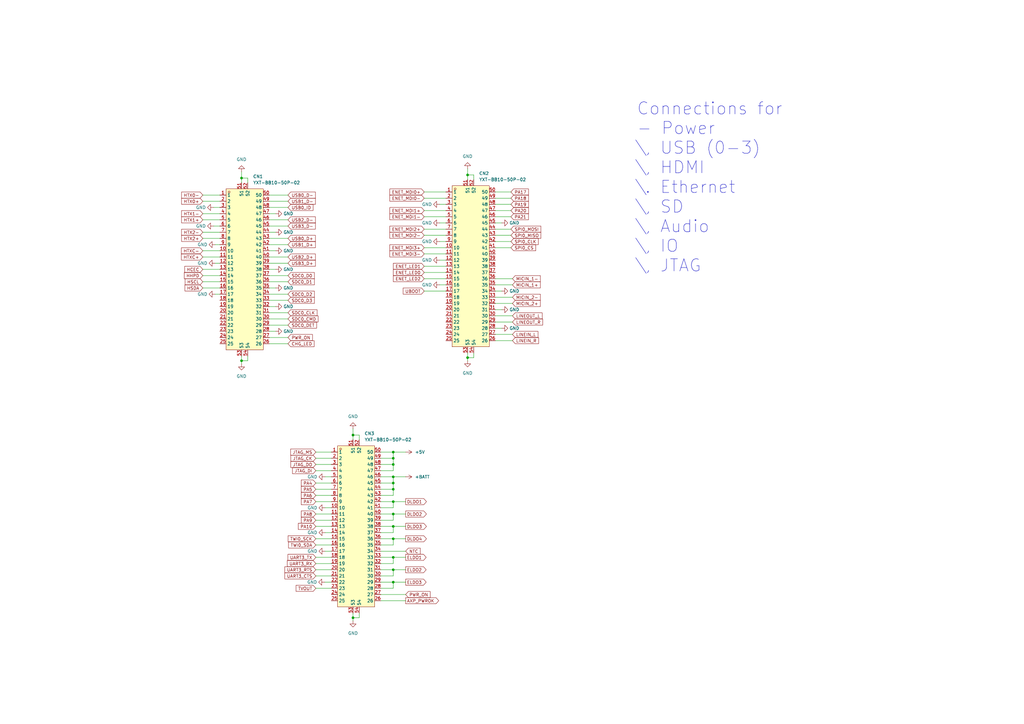
<source format=kicad_sch>
(kicad_sch (version 20250114) (generator "eeschema") (generator_version "9.0")
  (paper "A3")
  (text "Connections for\n- Power\n\\, USB (0-3)\n\\, HDMI\n\\. Ethernet\n\\, SD\n\\, Audio\n\\, IO\n\\, JTAG\n" (at 261.112 112.014 0) (effects (font (size 5 5)) (justify left bottom)))
  (junction (at 161.29 215.9))
  (junction (at 161.29 187.96))
  (junction (at 144.78 253.365))
  (junction (at 161.29 205.74))
  (junction (at 191.77 71.755))
  (junction (at 161.29 228.6))
  (junction (at 161.29 238.76))
  (junction (at 161.29 233.68))
  (junction (at 161.29 210.82))
  (junction (at 144.78 178.435))
  (junction (at 191.77 146.685))
  (junction (at 161.29 190.5))
  (junction (at 161.29 198.12))
  (junction (at 161.29 200.66))
  (junction (at 161.29 185.42))
  (junction (at 99.06 147.955))
  (junction (at 99.06 73.025))
  (junction (at 161.29 220.98))
  (junction (at 161.29 195.58))
  (wire (pts (xy 191.77 146.685) (xy 191.77 147.955)))
  (wire (pts (xy 118.11 115.57) (xy 110.49 115.57)))
  (wire (pts (xy 129.54 236.22) (xy 135.89 236.22)))
  (wire (pts (xy 191.77 144.78) (xy 191.77 146.685)))
  (wire (pts (xy 180.34 91.44) (xy 182.88 91.44)))
  (wire (pts (xy 156.21 238.76) (xy 161.29 238.76)))
  (wire (pts (xy 156.21 198.12) (xy 161.29 198.12)))
  (wire (pts (xy 161.29 198.12) (xy 161.29 195.58)))
  (wire (pts (xy 133.2252 238.76) (xy 135.7652 238.76)))
  (wire (pts (xy 203.2 137.16) (xy 210.185 137.16)))
  (wire (pts (xy 110.49 80.01) (xy 118.11 80.01)))
  (wire (pts (xy 113.03 110.49) (xy 110.49 110.49)))
  (wire (pts (xy 129.54 205.74) (xy 135.89 205.74)))
  (wire (pts (xy 147.32 251.46) (xy 147.32 253.365)))
  (wire (pts (xy 90.17 110.49) (xy 83.185 110.49)))
  (wire (pts (xy 88.265 107.95) (xy 90.17 107.95)))
  (wire (pts (xy 129.54 228.6) (xy 135.89 228.6)))
  (wire (pts (xy 90.17 113.03) (xy 83.185 113.03)))
  (wire (pts (xy 90.17 115.57) (xy 83.185 115.57)))
  (wire (pts (xy 161.29 190.5) (xy 161.29 187.96)))
  (wire (pts (xy 156.21 190.5) (xy 161.29 190.5)))
  (wire (pts (xy 182.88 93.98) (xy 173.99 93.98)))
  (wire (pts (xy 88.265 100.33) (xy 90.17 100.33)))
  (wire (pts (xy 99.06 147.955) (xy 99.06 149.225)))
  (wire (pts (xy 161.29 215.9) (xy 166.37 215.9)))
  (wire (pts (xy 161.29 213.36) (xy 161.29 210.82)))
  (wire (pts (xy 161.29 241.3) (xy 161.29 238.76)))
  (wire (pts (xy 161.29 185.42) (xy 166.37 185.42)))
  (wire (pts (xy 90.17 105.41) (xy 83.185 105.41)))
  (wire (pts (xy 101.6 147.955) (xy 99.06 147.955)))
  (wire (pts (xy 156.21 213.36) (xy 161.29 213.36)))
  (wire (pts (xy 144.78 251.46) (xy 144.78 253.365)))
  (wire (pts (xy 129.54 190.5) (xy 135.89 190.5)))
  (wire (pts (xy 101.6 74.93) (xy 101.6 73.025)))
  (wire (pts (xy 182.88 111.76) (xy 173.99 111.76)))
  (wire (pts (xy 156.21 195.58) (xy 161.29 195.58)))
  (wire (pts (xy 129.54 203.2) (xy 135.89 203.2)))
  (wire (pts (xy 133.35 226.06) (xy 135.89 226.06)))
  (wire (pts (xy 118.11 130.81) (xy 110.49 130.81)))
  (wire (pts (xy 113.03 118.11) (xy 110.49 118.11)))
  (wire (pts (xy 161.29 238.76) (xy 166.37 238.76)))
  (wire (pts (xy 161.29 208.28) (xy 161.29 205.74)))
  (wire (pts (xy 110.49 82.55) (xy 118.11 82.55)))
  (wire (pts (xy 205.74 134.62) (xy 203.2 134.62)))
  (wire (pts (xy 99.06 70.485) (xy 99.06 73.025)))
  (wire (pts (xy 90.17 118.11) (xy 83.185 118.11)))
  (wire (pts (xy 209.55 81.28) (xy 203.2 81.28)))
  (wire (pts (xy 156.21 223.52) (xy 161.29 223.52)))
  (wire (pts (xy 133.35 208.28) (xy 135.89 208.28)))
  (wire (pts (xy 161.29 193.04) (xy 161.29 190.5)))
  (wire (pts (xy 209.5374 88.9) (xy 203.2 88.9)))
  (wire (pts (xy 133.35 218.44) (xy 135.89 218.44)))
  (wire (pts (xy 209.55 78.74) (xy 203.2 78.74)))
  (wire (pts (xy 156.21 185.42) (xy 161.29 185.42)))
  (wire (pts (xy 182.88 114.3) (xy 173.99 114.3)))
  (wire (pts (xy 129.54 223.52) (xy 135.89 223.52)))
  (wire (pts (xy 110.49 92.71) (xy 118.11 92.71)))
  (wire (pts (xy 144.78 175.895) (xy 144.78 178.435)))
  (wire (pts (xy 129.54 220.98) (xy 135.89 220.98)))
  (wire (pts (xy 110.49 90.17) (xy 118.11 90.17)))
  (wire (pts (xy 101.6 146.05) (xy 101.6 147.955)))
  (wire (pts (xy 182.88 109.22) (xy 173.99 109.22)))
  (wire (pts (xy 156.21 228.6) (xy 161.29 228.6)))
  (wire (pts (xy 161.29 220.98) (xy 166.37 220.98)))
  (wire (pts (xy 161.29 223.52) (xy 161.29 220.98)))
  (wire (pts (xy 173.99 119.38) (xy 182.88 119.38)))
  (wire (pts (xy 147.32 180.34) (xy 147.32 178.435)))
  (wire (pts (xy 156.21 236.22) (xy 161.29 236.22)))
  (wire (pts (xy 161.29 210.82) (xy 166.37 210.82)))
  (wire (pts (xy 87.63 92.71) (xy 90.17 92.71)))
  (wire (pts (xy 147.32 178.435) (xy 144.78 178.435)))
  (wire (pts (xy 205.74 91.44) (xy 203.2 91.44)))
  (wire (pts (xy 180.34 83.82) (xy 182.88 83.82)))
  (wire (pts (xy 156.21 220.98) (xy 161.29 220.98)))
  (wire (pts (xy 161.29 187.96) (xy 161.29 185.42)))
  (wire (pts (xy 161.29 198.12) (xy 161.29 200.66)))
  (wire (pts (xy 156.21 246.38) (xy 166.37 246.38)))
  (wire (pts (xy 161.29 195.58) (xy 166.37 195.58)))
  (wire (pts (xy 156.21 233.68) (xy 161.29 233.68)))
  (wire (pts (xy 110.49 100.33) (xy 118.11 100.33)))
  (wire (pts (xy 133.35 195.58) (xy 135.89 195.58)))
  (wire (pts (xy 87.63 85.09) (xy 90.17 85.09)))
  (wire (pts (xy 194.31 73.66) (xy 194.31 71.755)))
  (wire (pts (xy 129.54 231.14) (xy 135.89 231.14)))
  (wire (pts (xy 101.6 73.025) (xy 99.06 73.025)))
  (wire (pts (xy 110.49 85.09) (xy 118.11 85.09)))
  (wire (pts (xy 209.55 93.98) (xy 203.2 93.98)))
  (wire (pts (xy 180.34 99.06) (xy 182.88 99.06)))
  (wire (pts (xy 205.74 127) (xy 203.2 127)))
  (wire (pts (xy 156.21 193.04) (xy 161.29 193.04)))
  (wire (pts (xy 156.21 203.2) (xy 161.29 203.2)))
  (wire (pts (xy 203.2 124.46) (xy 210.185 124.46)))
  (wire (pts (xy 156.21 187.96) (xy 161.29 187.96)))
  (wire (pts (xy 99.06 73.025) (xy 99.06 74.93)))
  (wire (pts (xy 156.21 243.84) (xy 166.37 243.84)))
  (wire (pts (xy 182.88 86.36) (xy 173.99 86.36)))
  (wire (pts (xy 110.49 107.95) (xy 118.11 107.95)))
  (wire (pts (xy 99.06 146.05) (xy 99.06 147.955)))
  (wire (pts (xy 203.2 129.54) (xy 210.185 129.54)))
  (wire (pts (xy 118.11 120.65) (xy 110.49 120.65)))
  (wire (pts (xy 182.88 78.74) (xy 173.99 78.74)))
  (wire (pts (xy 110.49 97.79) (xy 118.11 97.79)))
  (wire (pts (xy 161.29 236.22) (xy 161.29 233.68)))
  (wire (pts (xy 90.17 95.25) (xy 83.185 95.25)))
  (wire (pts (xy 90.17 82.55) (xy 83.185 82.55)))
  (wire (pts (xy 90.17 97.79) (xy 83.185 97.79)))
  (wire (pts (xy 90.17 87.63) (xy 83.185 87.63)))
  (wire (pts (xy 156.21 210.82) (xy 161.29 210.82)))
  (wire (pts (xy 191.77 71.755) (xy 191.77 73.66)))
  (wire (pts (xy 182.88 104.14) (xy 173.99 104.14)))
  (wire (pts (xy 203.2 139.7) (xy 210.185 139.7)))
  (wire (pts (xy 110.49 105.41) (xy 118.11 105.41)))
  (wire (pts (xy 182.88 96.52) (xy 173.99 96.52)))
  (wire (pts (xy 161.29 205.74) (xy 166.37 205.74)))
  (wire (pts (xy 113.03 135.89) (xy 110.49 135.89)))
  (wire (pts (xy 209.55 86.36) (xy 203.2 86.36)))
  (wire (pts (xy 191.77 69.215) (xy 191.77 71.755)))
  (wire (pts (xy 129.54 198.12) (xy 135.89 198.12)))
  (wire (pts (xy 156.21 241.3) (xy 161.29 241.3)))
  (wire (pts (xy 203.2 121.92) (xy 210.185 121.92)))
  (wire (pts (xy 129.54 210.82) (xy 135.89 210.82)))
  (wire (pts (xy 118.11 140.97) (xy 110.49 140.97)))
  (wire (pts (xy 209.55 99.06) (xy 203.2 99.06)))
  (wire (pts (xy 90.17 90.17) (xy 83.185 90.17)))
  (wire (pts (xy 129.54 241.3) (xy 135.89 241.3)))
  (wire (pts (xy 161.29 218.44) (xy 161.29 215.9)))
  (wire (pts (xy 182.88 88.9) (xy 173.99 88.9)))
  (wire (pts (xy 113.03 87.63) (xy 110.49 87.63)))
  (wire (pts (xy 129.54 233.68) (xy 135.89 233.68)))
  (wire (pts (xy 118.11 123.19) (xy 110.49 123.19)))
  (wire (pts (xy 156.21 205.74) (xy 161.29 205.74)))
  (wire (pts (xy 156.21 218.44) (xy 161.29 218.44)))
  (wire (pts (xy 209.55 101.6) (xy 203.2 101.6)))
  (wire (pts (xy 209.55 83.82) (xy 203.2 83.82)))
  (wire (pts (xy 110.49 138.43) (xy 118.11 138.43)))
  (wire (pts (xy 209.55 96.52) (xy 203.2 96.52)))
  (wire (pts (xy 194.31 144.78) (xy 194.31 146.685)))
  (wire (pts (xy 113.03 95.25) (xy 110.49 95.25)))
  (wire (pts (xy 161.29 200.66) (xy 161.29 203.2)))
  (wire (pts (xy 118.11 113.03) (xy 110.49 113.03)))
  (wire (pts (xy 129.54 185.42) (xy 135.89 185.42)))
  (wire (pts (xy 161.29 231.14) (xy 161.29 228.6)))
  (wire (pts (xy 113.03 102.87) (xy 110.49 102.87)))
  (wire (pts (xy 180.34 106.68) (xy 182.88 106.68)))
  (wire (pts (xy 144.78 178.435) (xy 144.78 180.34)))
  (wire (pts (xy 129.54 213.36) (xy 135.89 213.36)))
  (wire (pts (xy 88.265 120.65) (xy 90.17 120.65)))
  (wire (pts (xy 203.2 132.08) (xy 210.185 132.08)))
  (wire (pts (xy 113.03 125.73) (xy 110.49 125.73)))
  (wire (pts (xy 90.17 102.87) (xy 83.185 102.87)))
  (wire (pts (xy 129.54 187.96) (xy 135.89 187.96)))
  (wire (pts (xy 118.11 128.27) (xy 110.49 128.27)))
  (wire (pts (xy 156.21 226.06) (xy 166.37 226.06)))
  (wire (pts (xy 182.88 81.28) (xy 173.99 81.28)))
  (wire (pts (xy 156.21 231.14) (xy 161.29 231.14)))
  (wire (pts (xy 205.74 119.38) (xy 203.2 119.38)))
  (wire (pts (xy 161.29 228.6) (xy 166.37 228.6)))
  (wire (pts (xy 161.29 233.68) (xy 166.37 233.68)))
  (wire (pts (xy 203.2 116.84) (xy 210.185 116.84)))
  (wire (pts (xy 180.34 116.84) (xy 182.88 116.84)))
  (wire (pts (xy 182.88 101.6) (xy 173.99 101.6)))
  (wire (pts (xy 144.78 253.365) (xy 144.78 254.635)))
  (wire (pts (xy 156.21 208.28) (xy 161.29 208.28)))
  (wire (pts (xy 90.17 80.01) (xy 83.185 80.01)))
  (wire (pts (xy 129.54 215.9) (xy 135.89 215.9)))
  (wire (pts (xy 194.31 71.755) (xy 191.77 71.755)))
  (wire (pts (xy 129.54 200.66) (xy 135.89 200.66)))
  (wire (pts (xy 156.21 215.9) (xy 161.29 215.9)))
  (wire (pts (xy 118.11 133.35) (xy 110.49 133.35)))
  (wire (pts (xy 129.54 193.04) (xy 135.89 193.04)))
  (wire (pts (xy 194.31 146.685) (xy 191.77 146.685)))
  (wire (pts (xy 156.21 200.66) (xy 161.29 200.66)))
  (wire (pts (xy 203.2 114.3) (xy 210.185 114.3)))
  (wire (pts (xy 147.32 253.365) (xy 144.78 253.365)))
  (global_label "SPI0_MOSI" (shape input) (at 209.55 93.98 0) (property "Intersheetrefs" "${INTERSHEET_REFS}" (effects (hide yes))))
  (global_label "HCEC" (shape input) (at 83.185 110.49 180) (property "Intersheetrefs" "${INTERSHEET_REFS}" (effects (hide yes))))
  (global_label "PA17" (shape input) (at 209.55 78.74 0) (property "Intersheetrefs" "${INTERSHEET_REFS}" (effects (hide yes))))
  (global_label "DLDO4" (shape output) (at 166.37 220.98 0) (property "Intersheetrefs" "${INTERSHEET_REFS}" (effects (hide yes))))
  (global_label "ELDO2" (shape output) (at 166.37 233.68 0) (property "Intersheetrefs" "${INTERSHEET_REFS}" (effects (hide yes))))
  (global_label "PWR_ON" (shape input) (at 118.11 138.43 0) (property "Intersheetrefs" "${INTERSHEET_REFS}" (effects (hide yes))))
  (global_label "MICIN_2-" (shape input) (at 210.185 121.92 0) (property "Intersheetrefs" "${INTERSHEET_REFS}" (effects (hide yes))))
  (global_label "HTXC-" (shape input) (at 83.185 102.87 180) (property "Intersheetrefs" "${INTERSHEET_REFS}" (effects (hide yes))))
  (global_label "TVOUT" (shape input) (at 129.54 241.3 180) (property "Intersheetrefs" "${INTERSHEET_REFS}" (effects (hide yes))))
  (global_label "ENET_MDI2+" (shape input) (at 173.99 93.98 180) (property "Intersheetrefs" "${INTERSHEET_REFS}" (effects (hide yes))))
  (global_label "HTX2-" (shape input) (at 83.185 95.25 180) (property "Intersheetrefs" "${INTERSHEET_REFS}" (effects (hide yes))))
  (global_label "SPI0_CLK" (shape input) (at 209.55 99.06 0) (property "Intersheetrefs" "${INTERSHEET_REFS}" (effects (hide yes))))
  (global_label "USB2_D-" (shape input) (at 118.11 90.17 0) (property "Intersheetrefs" "${INTERSHEET_REFS}" (effects (hide yes))))
  (global_label "ENET_MDI0+" (shape input) (at 173.99 78.74 180) (property "Intersheetrefs" "${INTERSHEET_REFS}" (effects (hide yes))))
  (global_label "PWR_ON" (shape input) (at 166.37 243.84 0) (property "Intersheetrefs" "${INTERSHEET_REFS}" (effects (hide yes))))
  (global_label "DLDO2" (shape output) (at 166.37 210.82 0) (property "Intersheetrefs" "${INTERSHEET_REFS}" (effects (hide yes))))
  (global_label "SDC0_DET" (shape input) (at 118.11 133.35 0) (property "Intersheetrefs" "${INTERSHEET_REFS}" (effects (hide yes))))
  (global_label "PA9" (shape input) (at 129.54 213.36 180) (property "Intersheetrefs" "${INTERSHEET_REFS}" (effects (hide yes))))
  (global_label "USB3_D-" (shape input) (at 118.11 92.71 0) (property "Intersheetrefs" "${INTERSHEET_REFS}" (effects (hide yes))))
  (global_label "PA19" (shape input) (at 209.55 83.82 0) (property "Intersheetrefs" "${INTERSHEET_REFS}" (effects (hide yes))))
  (global_label "TWI0_SCK" (shape input) (at 129.54 220.98 180) (property "Intersheetrefs" "${INTERSHEET_REFS}" (effects (hide yes))))
  (global_label "UART3_CTS" (shape input) (at 129.54 236.22 180) (property "Intersheetrefs" "${INTERSHEET_REFS}" (effects (hide yes))))
  (global_label "USB0_D-" (shape input) (at 118.11 80.01 0) (property "Intersheetrefs" "${INTERSHEET_REFS}" (effects (hide yes))))
  (global_label "PA21" (shape input) (at 209.5374 88.9 0) (property "Intersheetrefs" "${INTERSHEET_REFS}" (effects (hide yes))))
  (global_label "PA20" (shape input) (at 209.55 86.36 0) (property "Intersheetrefs" "${INTERSHEET_REFS}" (effects (hide yes))))
  (global_label "HHPD" (shape input) (at 83.185 113.03 180) (property "Intersheetrefs" "${INTERSHEET_REFS}" (effects (hide yes))))
  (global_label "HTX1+" (shape input) (at 83.185 90.17 180) (property "Intersheetrefs" "${INTERSHEET_REFS}" (effects (hide yes))))
  (global_label "JTAG_CK" (shape input) (at 129.54 187.96 180) (property "Intersheetrefs" "${INTERSHEET_REFS}" (effects (hide yes))))
  (global_label "SPI0_MISO" (shape input) (at 209.55 96.52 0) (property "Intersheetrefs" "${INTERSHEET_REFS}" (effects (hide yes))))
  (global_label "MICIN_2+" (shape input) (at 210.185 124.46 0) (property "Intersheetrefs" "${INTERSHEET_REFS}" (effects (hide yes))))
  (global_label "JTAG_DI" (shape input) (at 129.54 193.04 180) (property "Intersheetrefs" "${INTERSHEET_REFS}" (effects (hide yes))))
  (global_label "ENET_MDI2-" (shape input) (at 173.99 96.52 180) (property "Intersheetrefs" "${INTERSHEET_REFS}" (effects (hide yes))))
  (global_label "SDC0_D2" (shape input) (at 118.11 120.65 0) (property "Intersheetrefs" "${INTERSHEET_REFS}" (effects (hide yes))))
  (global_label "ELDO1" (shape output) (at 166.37 228.6 0) (property "Intersheetrefs" "${INTERSHEET_REFS}" (effects (hide yes))))
  (global_label "DLDO1" (shape output) (at 166.37 205.74 0) (property "Intersheetrefs" "${INTERSHEET_REFS}" (effects (hide yes))))
  (global_label "ENET_MDI1+" (shape input) (at 173.99 86.36 180) (property "Intersheetrefs" "${INTERSHEET_REFS}" (effects (hide yes))))
  (global_label "HTX2+" (shape input) (at 83.185 97.79 180) (property "Intersheetrefs" "${INTERSHEET_REFS}" (effects (hide yes))))
  (global_label "ENET_LED2" (shape input) (at 173.99 114.3 180) (property "Intersheetrefs" "${INTERSHEET_REFS}" (effects (hide yes))))
  (global_label "HSCL" (shape input) (at 83.185 115.57 180) (property "Intersheetrefs" "${INTERSHEET_REFS}" (effects (hide yes))))
  (global_label "USB1_D+" (shape input) (at 118.11 100.33 0) (property "Intersheetrefs" "${INTERSHEET_REFS}" (effects (hide yes))))
  (global_label "SPI0_CS" (shape input) (at 209.55 101.6 0) (property "Intersheetrefs" "${INTERSHEET_REFS}" (effects (hide yes))))
  (global_label "PA5" (shape input) (at 129.54 200.66 180) (property "Intersheetrefs" "${INTERSHEET_REFS}" (effects (hide yes))))
  (global_label "DLDO3" (shape output) (at 166.37 215.9 0) (property "Intersheetrefs" "${INTERSHEET_REFS}" (effects (hide yes))))
  (global_label "ENET_MDI3+" (shape input) (at 173.99 101.6 180) (property "Intersheetrefs" "${INTERSHEET_REFS}" (effects (hide yes))))
  (global_label "SDC0_D3" (shape input) (at 118.11 123.19 0) (property "Intersheetrefs" "${INTERSHEET_REFS}" (effects (hide yes))))
  (global_label "PA18" (shape input) (at 209.55 81.28 0) (property "Intersheetrefs" "${INTERSHEET_REFS}" (effects (hide yes))))
  (global_label "ENET_LED0" (shape input) (at 173.99 111.76 180) (property "Intersheetrefs" "${INTERSHEET_REFS}" (effects (hide yes))))
  (global_label "SDC0_D1" (shape input) (at 118.11 115.57 0) (property "Intersheetrefs" "${INTERSHEET_REFS}" (effects (hide yes))))
  (global_label "ENET_LED1" (shape input) (at 173.99 109.22 180) (property "Intersheetrefs" "${INTERSHEET_REFS}" (effects (hide yes))))
  (global_label "UART3_RX" (shape input) (at 129.54 231.14 180) (property "Intersheetrefs" "${INTERSHEET_REFS}" (effects (hide yes))))
  (global_label "JTAG_DO" (shape input) (at 129.54 190.5 180) (property "Intersheetrefs" "${INTERSHEET_REFS}" (effects (hide yes))))
  (global_label "TWI0_SDA" (shape input) (at 129.54 223.52 180) (property "Intersheetrefs" "${INTERSHEET_REFS}" (effects (hide yes))))
  (global_label "SDC0_CLK" (shape input) (at 118.11 128.27 0) (property "Intersheetrefs" "${INTERSHEET_REFS}" (effects (hide yes))))
  (global_label "LINEIN_R" (shape input) (at 210.185 139.7 0) (property "Intersheetrefs" "${INTERSHEET_REFS}" (effects (hide yes))))
  (global_label "SDC0_CMD" (shape input) (at 118.11 130.81 0) (property "Intersheetrefs" "${INTERSHEET_REFS}" (effects (hide yes))))
  (global_label "ENET_MDI3-" (shape input) (at 173.99 104.14 180) (property "Intersheetrefs" "${INTERSHEET_REFS}" (effects (hide yes))))
  (global_label "PA8" (shape input) (at 129.54 210.82 180) (property "Intersheetrefs" "${INTERSHEET_REFS}" (effects (hide yes))))
  (global_label "CHG_LED" (shape input) (at 118.11 140.97 0) (property "Intersheetrefs" "${INTERSHEET_REFS}" (effects (hide yes))))
  (global_label "MICIN_1+" (shape input) (at 210.185 116.84 0) (property "Intersheetrefs" "${INTERSHEET_REFS}" (effects (hide yes))))
  (global_label "HTX1-" (shape input) (at 83.185 87.63 180) (property "Intersheetrefs" "${INTERSHEET_REFS}" (effects (hide yes))))
  (global_label "HTX0-" (shape input) (at 83.185 80.01 180) (property "Intersheetrefs" "${INTERSHEET_REFS}" (effects (hide yes))))
  (global_label "ELDO3" (shape output) (at 166.37 238.76 0) (property "Intersheetrefs" "${INTERSHEET_REFS}" (effects (hide yes))))
  (global_label "USB0_ID" (shape input) (at 118.11 85.09 0) (property "Intersheetrefs" "${INTERSHEET_REFS}" (effects (hide yes))))
  (global_label "ENET_MDI1-" (shape input) (at 173.99 88.9 180) (property "Intersheetrefs" "${INTERSHEET_REFS}" (effects (hide yes))))
  (global_label "ENET_MDI0-" (shape input) (at 173.99 81.28 180) (property "Intersheetrefs" "${INTERSHEET_REFS}" (effects (hide yes))))
  (global_label "PA4" (shape input) (at 129.54 198.12 180) (property "Intersheetrefs" "${INTERSHEET_REFS}" (effects (hide yes))))
  (global_label "USB1_D-" (shape input) (at 118.11 82.55 0) (property "Intersheetrefs" "${INTERSHEET_REFS}" (effects (hide yes))))
  (global_label "UART3_RTS" (shape input) (at 129.54 233.68 180) (property "Intersheetrefs" "${INTERSHEET_REFS}" (effects (hide yes))))
  (global_label "HTXC+" (shape input) (at 83.185 105.41 180) (property "Intersheetrefs" "${INTERSHEET_REFS}" (effects (hide yes))))
  (global_label "JTAG_MS" (shape input) (at 129.54 185.42 180) (property "Intersheetrefs" "${INTERSHEET_REFS}" (effects (hide yes))))
  (global_label "LINEIN_L" (shape input) (at 210.185 137.16 0) (property "Intersheetrefs" "${INTERSHEET_REFS}" (effects (hide yes))))
  (global_label "SDC0_D0" (shape input) (at 118.11 113.03 0) (property "Intersheetrefs" "${INTERSHEET_REFS}" (effects (hide yes))))
  (global_label "PA10" (shape input) (at 129.54 215.9 180) (property "Intersheetrefs" "${INTERSHEET_REFS}" (effects (hide yes))))
  (global_label "HTX0+" (shape input) (at 83.185 82.55 180) (property "Intersheetrefs" "${INTERSHEET_REFS}" (effects (hide yes))))
  (global_label "LINEOUT_R" (shape input) (at 210.185 132.08 0) (property "Intersheetrefs" "${INTERSHEET_REFS}" (effects (hide yes))))
  (global_label "USB0_D+" (shape input) (at 118.11 97.79 0) (property "Intersheetrefs" "${INTERSHEET_REFS}" (effects (hide yes))))
  (global_label "UBOOT" (shape input) (at 173.99 119.38 180) (property "Intersheetrefs" "${INTERSHEET_REFS}" (effects (hide yes))))
  (global_label "USB2_D+" (shape input) (at 118.11 105.41 0) (property "Intersheetrefs" "${INTERSHEET_REFS}" (effects (hide yes))))
  (global_label "PA7" (shape input) (at 129.54 205.74 180) (property "Intersheetrefs" "${INTERSHEET_REFS}" (effects (hide yes))))
  (global_label "MICIN_1-" (shape input) (at 210.185 114.3 0) (property "Intersheetrefs" "${INTERSHEET_REFS}" (effects (hide yes))))
  (global_label "AXP_PWROK" (shape output) (at 166.37 246.38 0) (property "Intersheetrefs" "${INTERSHEET_REFS}" (effects (hide yes))))
  (global_label "HSDA" (shape input) (at 83.185 118.11 180) (property "Intersheetrefs" "${INTERSHEET_REFS}" (effects (hide yes))))
  (global_label "NTC" (shape input) (at 166.37 226.06 0) (property "Intersheetrefs" "${INTERSHEET_REFS}" (effects (hide yes))))
  (global_label "USB3_D+" (shape input) (at 118.11 107.95 0) (property "Intersheetrefs" "${INTERSHEET_REFS}" (effects (hide yes))))
  (global_label "LINEOUT_L" (shape input) (at 210.185 129.54 0) (property "Intersheetrefs" "${INTERSHEET_REFS}" (effects (hide yes))))
  (global_label "UART3_TX" (shape input) (at 129.54 228.6 180) (property "Intersheetrefs" "${INTERSHEET_REFS}" (effects (hide yes))))
  (global_label "PA6" (shape input) (at 129.54 203.2 180) (property "Intersheetrefs" "${INTERSHEET_REFS}" (effects (hide yes))))
  (symbol (lib_id "power:GND") (at 113.03 125.73 90) (mirror x) (unit 1)
    (property "Reference" "#PWR029" (effects (hide yes)))
    (property "Value" "GND" (at 116.205 125.73 90) (effects (justify right)))
  )
  (symbol (lib_id "power:GND") (at 113.03 87.63 90) (mirror x) (unit 1)
    (property "Reference" "#PWR024" (effects (hide yes)))
    (property "Value" "GND" (at 116.205 87.63 90) (effects (justify right)))
  )
  (symbol (lib_id "power:GND") (at 180.34 91.44 270) (unit 1)
    (property "Reference" "#PWR050" (effects (hide yes)))
    (property "Value" "GND" (at 177.165 91.44 90) (effects (justify right)))
  )
  (symbol (lib_id "power:GND") (at 180.34 99.06 270) (unit 1)
    (property "Reference" "#PWR051" (effects (hide yes)))
    (property "Value" "GND" (at 177.165 99.06 90) (effects (justify right)))
  )
  (symbol (lib_id "Raspberry_Pi_Compute_Module_4:Compute_Module_4_Functional") (at -10.16 494.03 0) (unit 5)
    (property "Reference" "U7" (at 5.08 486.41 0) (effects (font (size 1.524 1.524))))
    (property "Value" "Compute_Module_4_Functional" (at 5.08 488.95 0) (effects (font (size 1.524 1.524))))
  )
  (symbol (lib_id "Raspberry_Pi_Compute_Module_4:Compute_Module_4_Functional") (at 1.27 358.14 0) (unit 4)
    (property "Reference" "U7" (at 13.97 351.155 0) (effects (font (size 1.524 1.524))))
    (property "Value" "Compute_Module_4_Functional" (at 13.97 353.695 0) (effects (font (size 1.524 1.524))))
  )
  (symbol (lib_id "Raspberry_Pi_Compute_Module_4:Compute_Module_4_Functional") (at 227.33 389.89 0) (unit 10)
    (property "Reference" "U7" (at 251.46 382.27 0) (effects (font (size 1.524 1.524))))
    (property "Value" "Compute_Module_4_Functional" (at 251.46 384.81 0) (effects (font (size 1.524 1.524))))
  )
  (symbol (lib_id "Raspberry_Pi_Compute_Module_4:Compute_Module_4_Connectors") (at 472.44 71.12 0) (unit 1)
    (property "Reference" "U6" (at 502.92 63.5 0) (effects (font (size 1.524 1.524))))
    (property "Value" "Compute_Module_4_Connectors" (at 502.92 66.04 0) (effects (font (size 1.524 1.524))))
  )
  (symbol (lib_id "power:GND") (at 88.265 100.33 270) (unit 1)
    (property "Reference" "#PWR021" (effects (hide yes)))
    (property "Value" "GND" (at 85.09 100.33 90) (effects (justify right)))
  )
  (symbol (lib_id "power:GND") (at 113.03 95.25 90) (mirror x) (unit 1)
    (property "Reference" "#PWR025" (effects (hide yes)))
    (property "Value" "GND" (at 116.205 95.25 90) (effects (justify right)))
  )
  (symbol (lib_id "power:GND") (at 180.34 116.84 270) (unit 1)
    (property "Reference" "#PWR056" (effects (hide yes)))
    (property "Value" "GND" (at 177.165 116.84 90) (effects (justify right)))
  )
  (symbol (lib_id "power:+5V") (at 166.37 185.42 270) (mirror x) (unit 1)
    (property "Reference" "#PWR070" (effects (hide yes)))
    (property "Value" "+5V" (at 170.18 185.4199 90) (effects (justify left)))
  )
  (symbol (lib_id "easyeda2kicad:YXT-BB10-50P-02") (at 100.33 110.49 0) (unit 1)
    (property "Reference" "CN1" (at 103.7941 72.39 0) (effects (justify left)))
    (property "Value" "YXT-BB10-50P-02" (at 103.7941 74.93 0) (effects (justify left)))
    (property "Footprint" "easyeda2kicad:CONN-SMD_YXT-BB10-50P-02" (effects (hide yes)))
    (property "LCSC Part" "C2763977" (effects (hide yes)))
  )
  (symbol (lib_id "power:GND") (at 180.34 106.68 270) (unit 1)
    (property "Reference" "#PWR052" (effects (hide yes)))
    (property "Value" "GND" (at 177.165 106.68 90) (effects (justify right)))
  )
  (symbol (lib_id "power:GND") (at 87.63 92.71 270) (unit 1)
    (property "Reference" "#PWR020" (effects (hide yes)))
    (property "Value" "GND" (at 84.455 92.71 90) (effects (justify right)))
  )
  (symbol (lib_id "power:GND") (at 191.77 69.215 180) (unit 1)
    (property "Reference" "#PWR037" (effects (hide yes)))
    (property "Value" "GND" (at 191.77 64.135 0))
  )
  (symbol (lib_id "Raspberry_Pi_Compute_Module_4:Compute_Module_4_Functional") (at 234.315 336.55 0) (unit 3)
    (property "Reference" "U7" (at 263.525 329.565 0) (effects (font (size 1.524 1.524))))
    (property "Value" "Compute_Module_4_Functional" (at 263.525 332.105 0) (effects (font (size 1.524 1.524))))
  )
  (symbol (lib_id "power:GND") (at 205.74 91.44 90) (mirror x) (unit 1)
    (property "Reference" "#PWR048" (effects (hide yes)))
    (property "Value" "GND" (at 208.915 91.44 90) (effects (justify right)))
  )
  (symbol (lib_id "power:GND") (at 99.06 149.225 0) (unit 1)
    (property "Reference" "#PWR015" (effects (hide yes)))
    (property "Value" "GND" (at 99.06 154.305 0))
  )
  (symbol (lib_id "easyeda2kicad:YXT-BB10-50P-02") (at 193.04 109.22 0) (unit 1)
    (property "Reference" "CN2" (at 196.5041 71.12 0) (effects (justify left)))
    (property "Value" "YXT-BB10-50P-02" (at 196.5041 73.66 0) (effects (justify left)))
    (property "Footprint" "easyeda2kicad:CONN-SMD_YXT-BB10-50P-02" (effects (hide yes)))
    (property "LCSC Part" "C2763977" (effects (hide yes)))
  )
  (symbol (lib_id "Raspberry_Pi_Compute_Module_4:Compute_Module_4_Functional") (at -58.42 441.96 0) (unit 9)
    (property "Reference" "U7" (at -34.29 434.34 0) (effects (font (size 1.524 1.524))))
    (property "Value" "Compute_Module_4_Functional" (at -34.29 436.88 0) (effects (font (size 1.524 1.524))))
  )
  (symbol (lib_id "Raspberry_Pi_Compute_Module_4:Compute_Module_4_Functional") (at 161.29 336.55 0) (unit 2)
    (property "Reference" "U7" (at 179.07 329.565 0) (effects (font (size 1.524 1.524))))
    (property "Value" "Compute_Module_4_Functional" (at 179.07 332.105 0) (effects (font (size 1.524 1.524))))
  )
  (symbol (lib_id "power:GND") (at 133.2252 238.76 270) (unit 1)
    (property "Reference" "#PWR074" (effects (hide yes)))
    (property "Value" "GND" (at 130.0502 238.76 90) (effects (justify right)))
  )
  (symbol (lib_id "power:GND") (at 88.265 120.65 270) (unit 1)
    (property "Reference" "#PWR023" (effects (hide yes)))
    (property "Value" "GND" (at 85.09 120.65 90) (effects (justify right)))
  )
  (symbol (lib_id "power:GND") (at 133.35 195.58 270) (unit 1)
    (property "Reference" "#PWR044" (effects (hide yes)))
    (property "Value" "GND" (at 130.175 195.58 90) (effects (justify right)))
  )
  (symbol (lib_id "power:GND") (at 113.03 135.89 90) (mirror x) (unit 1)
    (property "Reference" "#PWR058" (effects (hide yes)))
    (property "Value" "GND" (at 116.205 135.89 90) (effects (justify right)))
  )
  (symbol (lib_id "power:GND") (at 87.63 85.09 270) (unit 1)
    (property "Reference" "#PWR019" (effects (hide yes)))
    (property "Value" "GND" (at 84.455 85.09 90) (effects (justify right)))
  )
  (symbol (lib_id "power:GND") (at 144.78 254.635 0) (unit 1)
    (property "Reference" "#PWR042" (effects (hide yes)))
    (property "Value" "GND" (at 144.78 259.715 0))
  )
  (symbol (lib_id "power:GND") (at 88.265 107.95 270) (unit 1)
    (property "Reference" "#PWR022" (effects (hide yes)))
    (property "Value" "GND" (at 85.09 107.95 90) (effects (justify right)))
  )
  (symbol (lib_id "power:GND") (at 191.77 147.955 0) (unit 1)
    (property "Reference" "#PWR036" (effects (hide yes)))
    (property "Value" "GND" (at 191.77 153.035 0))
  )
  (symbol (lib_id "Raspberry_Pi_Compute_Module_4:Compute_Module_4_Functional") (at -8.89 378.46 0) (unit 7)
    (property "Reference" "U7" (at 15.24 370.84 0) (effects (font (size 1.524 1.524))))
    (property "Value" "Compute_Module_4_Functional" (at 15.24 373.38 0) (effects (font (size 1.524 1.524))))
  )
  (symbol (lib_id "power:GND") (at 205.74 134.62 90) (mirror x) (unit 1)
    (property "Reference" "#PWR040" (effects (hide yes)))
    (property "Value" "GND" (at 208.915 134.62 90) (effects (justify right)))
  )
  (symbol (lib_id "power:GND") (at 133.35 208.28 270) (unit 1)
    (property "Reference" "#PWR045" (effects (hide yes)))
    (property "Value" "GND" (at 130.175 208.28 90) (effects (justify right)))
  )
  (symbol (lib_id "power:GND") (at 133.35 226.06 270) (unit 1)
    (property "Reference" "#PWR047" (effects (hide yes)))
    (property "Value" "GND" (at 130.175 226.06 90) (effects (justify right)))
  )
  (symbol (lib_id "power:GND") (at 113.03 118.11 90) (mirror x) (unit 1)
    (property "Reference" "#PWR028" (effects (hide yes)))
    (property "Value" "GND" (at 116.205 118.11 90) (effects (justify right)))
  )
  (symbol (lib_id "Raspberry_Pi_Compute_Module_4:Compute_Module_4_Functional") (at 186.055 447.04 0) (unit 8)
    (property "Reference" "U7" (at 198.755 440.055 0) (effects (font (size 1.524 1.524))))
    (property "Value" "Compute_Module_4_Functional" (at 198.755 442.595 0) (effects (font (size 1.524 1.524))))
  )
  (symbol (lib_id "power:GND") (at 205.74 119.38 90) (mirror x) (unit 1)
    (property "Reference" "#PWR038" (effects (hide yes)))
    (property "Value" "GND" (at 208.915 119.38 90) (effects (justify right)))
  )
  (symbol (lib_id "power:+BATT") (at 166.37 195.58 270) (unit 1)
    (property "Reference" "#PWR071" (effects (hide yes)))
    (property "Value" "+BATT" (at 170.18 195.5799 90) (effects (justify left)))
    (property "Description" "Power symbol creates a global label with name \"+BATT\"" (effects (hide yes)))
  )
  (symbol (lib_id "power:GND") (at 144.78 175.895 180) (unit 1)
    (property "Reference" "#PWR041" (effects (hide yes)))
    (property "Value" "GND" (at 144.78 170.815 0))
  )
  (symbol (lib_id "Raspberry_Pi_Compute_Module_4:Compute_Module_4_Connectors") (at 564.515 74.93 0) (unit 2)
    (property "Reference" "U6" (at 589.915 67.31 0) (effects (font (size 1.524 1.524))))
    (property "Value" "Compute_Module_4_Connectors" (at 589.915 69.85 0) (effects (font (size 1.524 1.524))))
  )
  (symbol (lib_id "power:GND") (at 113.03 110.49 90) (mirror x) (unit 1)
    (property "Reference" "#PWR027" (effects (hide yes)))
    (property "Value" "GND" (at 116.205 110.49 90) (effects (justify right)))
  )
  (symbol (lib_id "power:GND") (at 99.06 70.485 180) (unit 1)
    (property "Reference" "#PWR014" (effects (hide yes)))
    (property "Value" "GND" (at 99.06 65.405 0))
  )
  (symbol (lib_id "power:GND") (at 205.74 127 90) (mirror x) (unit 1)
    (property "Reference" "#PWR039" (effects (hide yes)))
    (property "Value" "GND" (at 208.915 127 90) (effects (justify right)))
  )
  (symbol (lib_id "power:GND") (at 180.34 83.82 270) (unit 1)
    (property "Reference" "#PWR049" (effects (hide yes)))
    (property "Value" "GND" (at 177.165 83.82 90) (effects (justify right)))
  )
  (symbol (lib_id "Raspberry_Pi_Compute_Module_4:Compute_Module_4_Functional") (at 2.54 440.69 0) (unit 6)
    (property "Reference" "U7" (at 15.24 433.07 0) (effects (font (size 1.524 1.524))))
    (property "Value" "Compute_Module_4_Functional" (at 15.24 435.61 0) (effects (font (size 1.524 1.524))))
  )
  (symbol (lib_id "easyeda2kicad:YXT-BB10-50P-02") (at 146.05 215.9 0) (unit 1)
    (property "Reference" "CN3" (at 149.5141 177.8 0) (effects (justify left)))
    (property "Value" "YXT-BB10-50P-02" (at 149.5141 180.34 0) (effects (justify left)))
    (property "Footprint" "easyeda2kicad:CONN-SMD_YXT-BB10-50P-02" (effects (hide yes)))
    (property "LCSC Part" "C2763977" (effects (hide yes)))
  )
  (symbol (lib_id "Raspberry_Pi_Compute_Module_4:Compute_Module_4_Functional") (at 74.93 331.47 0) (unit 1)
    (property "Reference" "U7" (at 96.52 324.485 0) (effects (font (size 1.524 1.524))))
    (property "Value" "Compute_Module_4_Functional" (at 96.52 327.025 0) (effects (font (size 1.524 1.524))))
  )
  (symbol (lib_id "power:GND") (at 133.35 218.44 270) (unit 1)
    (property "Reference" "#PWR046" (effects (hide yes)))
    (property "Value" "GND" (at 130.175 218.44 90) (effects (justify right)))
  )
  (symbol (lib_id "power:GND") (at 113.03 102.87 90) (mirror x) (unit 1)
    (property "Reference" "#PWR026" (effects (hide yes)))
    (property "Value" "GND" (at 116.205 102.87 90) (effects (justify right)))
  )
)
</source>
